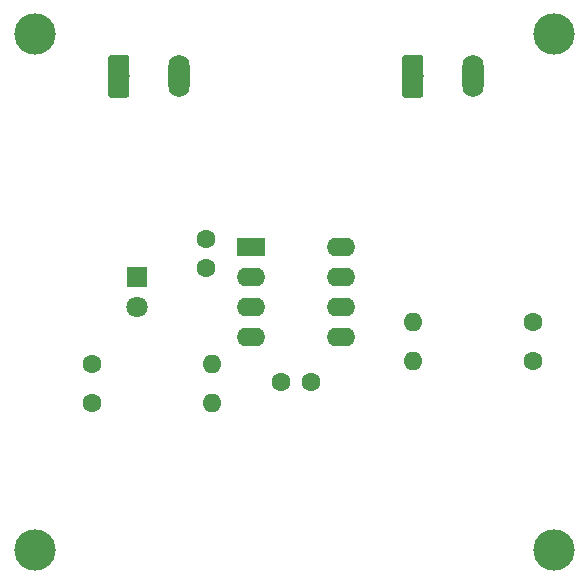
<source format=gtl>
G04 #@! TF.GenerationSoftware,KiCad,Pcbnew,5.0.2-bee76a0~70~ubuntu18.04.1*
G04 #@! TF.CreationDate,2019-02-10T19:22:37-02:00*
G04 #@! TF.ProjectId,555-Oscilador-pisca-r01,3535352d-4f73-4636-996c-61646f722d70,rev?*
G04 #@! TF.SameCoordinates,Original*
G04 #@! TF.FileFunction,Copper,L1,Top*
G04 #@! TF.FilePolarity,Positive*
%FSLAX46Y46*%
G04 Gerber Fmt 4.6, Leading zero omitted, Abs format (unit mm)*
G04 Created by KiCad (PCBNEW 5.0.2-bee76a0~70~ubuntu18.04.1) date dom 10 fev 2019 19:22:37 -02*
%MOMM*%
%LPD*%
G01*
G04 APERTURE LIST*
G04 #@! TA.AperFunction,ComponentPad*
%ADD10C,1.600000*%
G04 #@! TD*
G04 #@! TA.AperFunction,ComponentPad*
%ADD11O,1.600000X1.600000*%
G04 #@! TD*
G04 #@! TA.AperFunction,ComponentPad*
%ADD12O,1.800000X3.600000*%
G04 #@! TD*
G04 #@! TA.AperFunction,Conductor*
%ADD13C,0.100000*%
G04 #@! TD*
G04 #@! TA.AperFunction,ComponentPad*
%ADD14C,1.800000*%
G04 #@! TD*
G04 #@! TA.AperFunction,ComponentPad*
%ADD15R,1.800000X1.800000*%
G04 #@! TD*
G04 #@! TA.AperFunction,ComponentPad*
%ADD16R,2.400000X1.600000*%
G04 #@! TD*
G04 #@! TA.AperFunction,ComponentPad*
%ADD17O,2.400000X1.600000*%
G04 #@! TD*
G04 #@! TA.AperFunction,ViaPad*
%ADD18C,3.500000*%
G04 #@! TD*
G04 APERTURE END LIST*
D10*
G04 #@! TO.P,R4,1*
G04 #@! TO.N,Net-(R1-Pad2)*
X161036000Y-111252000D03*
D11*
G04 #@! TO.P,R4,2*
G04 #@! TO.N,Net-(C1-Pad1)*
X150876000Y-111252000D03*
G04 #@! TD*
D12*
G04 #@! TO.P,J2,2*
G04 #@! TO.N,GND*
X155956000Y-90424000D03*
D13*
G04 #@! TD*
G04 #@! TO.N,VDC*
G04 #@! TO.C,J2*
G36*
X151550504Y-88625204D02*
X151574773Y-88628804D01*
X151598571Y-88634765D01*
X151621671Y-88643030D01*
X151643849Y-88653520D01*
X151664893Y-88666133D01*
X151684598Y-88680747D01*
X151702777Y-88697223D01*
X151719253Y-88715402D01*
X151733867Y-88735107D01*
X151746480Y-88756151D01*
X151756970Y-88778329D01*
X151765235Y-88801429D01*
X151771196Y-88825227D01*
X151774796Y-88849496D01*
X151776000Y-88874000D01*
X151776000Y-91974000D01*
X151774796Y-91998504D01*
X151771196Y-92022773D01*
X151765235Y-92046571D01*
X151756970Y-92069671D01*
X151746480Y-92091849D01*
X151733867Y-92112893D01*
X151719253Y-92132598D01*
X151702777Y-92150777D01*
X151684598Y-92167253D01*
X151664893Y-92181867D01*
X151643849Y-92194480D01*
X151621671Y-92204970D01*
X151598571Y-92213235D01*
X151574773Y-92219196D01*
X151550504Y-92222796D01*
X151526000Y-92224000D01*
X150226000Y-92224000D01*
X150201496Y-92222796D01*
X150177227Y-92219196D01*
X150153429Y-92213235D01*
X150130329Y-92204970D01*
X150108151Y-92194480D01*
X150087107Y-92181867D01*
X150067402Y-92167253D01*
X150049223Y-92150777D01*
X150032747Y-92132598D01*
X150018133Y-92112893D01*
X150005520Y-92091849D01*
X149995030Y-92069671D01*
X149986765Y-92046571D01*
X149980804Y-92022773D01*
X149977204Y-91998504D01*
X149976000Y-91974000D01*
X149976000Y-88874000D01*
X149977204Y-88849496D01*
X149980804Y-88825227D01*
X149986765Y-88801429D01*
X149995030Y-88778329D01*
X150005520Y-88756151D01*
X150018133Y-88735107D01*
X150032747Y-88715402D01*
X150049223Y-88697223D01*
X150067402Y-88680747D01*
X150087107Y-88666133D01*
X150108151Y-88653520D01*
X150130329Y-88643030D01*
X150153429Y-88634765D01*
X150177227Y-88628804D01*
X150201496Y-88625204D01*
X150226000Y-88624000D01*
X151526000Y-88624000D01*
X151550504Y-88625204D01*
X151550504Y-88625204D01*
G37*
D14*
G04 #@! TO.P,J2,1*
G04 #@! TO.N,VDC*
X150876000Y-90424000D03*
G04 #@! TD*
D13*
G04 #@! TO.N,Net-(J1-Pad1)*
G04 #@! TO.C,J1*
G36*
X126658504Y-88625204D02*
X126682773Y-88628804D01*
X126706571Y-88634765D01*
X126729671Y-88643030D01*
X126751849Y-88653520D01*
X126772893Y-88666133D01*
X126792598Y-88680747D01*
X126810777Y-88697223D01*
X126827253Y-88715402D01*
X126841867Y-88735107D01*
X126854480Y-88756151D01*
X126864970Y-88778329D01*
X126873235Y-88801429D01*
X126879196Y-88825227D01*
X126882796Y-88849496D01*
X126884000Y-88874000D01*
X126884000Y-91974000D01*
X126882796Y-91998504D01*
X126879196Y-92022773D01*
X126873235Y-92046571D01*
X126864970Y-92069671D01*
X126854480Y-92091849D01*
X126841867Y-92112893D01*
X126827253Y-92132598D01*
X126810777Y-92150777D01*
X126792598Y-92167253D01*
X126772893Y-92181867D01*
X126751849Y-92194480D01*
X126729671Y-92204970D01*
X126706571Y-92213235D01*
X126682773Y-92219196D01*
X126658504Y-92222796D01*
X126634000Y-92224000D01*
X125334000Y-92224000D01*
X125309496Y-92222796D01*
X125285227Y-92219196D01*
X125261429Y-92213235D01*
X125238329Y-92204970D01*
X125216151Y-92194480D01*
X125195107Y-92181867D01*
X125175402Y-92167253D01*
X125157223Y-92150777D01*
X125140747Y-92132598D01*
X125126133Y-92112893D01*
X125113520Y-92091849D01*
X125103030Y-92069671D01*
X125094765Y-92046571D01*
X125088804Y-92022773D01*
X125085204Y-91998504D01*
X125084000Y-91974000D01*
X125084000Y-88874000D01*
X125085204Y-88849496D01*
X125088804Y-88825227D01*
X125094765Y-88801429D01*
X125103030Y-88778329D01*
X125113520Y-88756151D01*
X125126133Y-88735107D01*
X125140747Y-88715402D01*
X125157223Y-88697223D01*
X125175402Y-88680747D01*
X125195107Y-88666133D01*
X125216151Y-88653520D01*
X125238329Y-88643030D01*
X125261429Y-88634765D01*
X125285227Y-88628804D01*
X125309496Y-88625204D01*
X125334000Y-88624000D01*
X126634000Y-88624000D01*
X126658504Y-88625204D01*
X126658504Y-88625204D01*
G37*
D14*
G04 #@! TD*
G04 #@! TO.P,J1,1*
G04 #@! TO.N,Net-(J1-Pad1)*
X125984000Y-90424000D03*
D12*
G04 #@! TO.P,J1,2*
G04 #@! TO.N,GND*
X131064000Y-90424000D03*
G04 #@! TD*
D10*
G04 #@! TO.P,C2,2*
G04 #@! TO.N,GND*
X139740000Y-116332000D03*
G04 #@! TO.P,C2,1*
G04 #@! TO.N,Net-(C2-Pad1)*
X142240000Y-116332000D03*
G04 #@! TD*
G04 #@! TO.P,C1,1*
G04 #@! TO.N,Net-(C1-Pad1)*
X133350000Y-106680000D03*
G04 #@! TO.P,C1,2*
G04 #@! TO.N,GND*
X133350000Y-104180000D03*
G04 #@! TD*
D15*
G04 #@! TO.P,D3,1*
G04 #@! TO.N,GND*
X127508000Y-107442000D03*
D14*
G04 #@! TO.P,D3,2*
G04 #@! TO.N,Net-(D3-Pad2)*
X127508000Y-109982000D03*
G04 #@! TD*
D16*
G04 #@! TO.P,U1,1*
G04 #@! TO.N,GND*
X137160000Y-104902000D03*
D17*
G04 #@! TO.P,U1,5*
G04 #@! TO.N,Net-(C2-Pad1)*
X144780000Y-112522000D03*
G04 #@! TO.P,U1,2*
G04 #@! TO.N,Net-(C1-Pad1)*
X137160000Y-107442000D03*
G04 #@! TO.P,U1,6*
X144780000Y-109982000D03*
G04 #@! TO.P,U1,3*
G04 #@! TO.N,Net-(R2-Pad2)*
X137160000Y-109982000D03*
G04 #@! TO.P,U1,7*
G04 #@! TO.N,Net-(R1-Pad2)*
X144780000Y-107442000D03*
G04 #@! TO.P,U1,4*
G04 #@! TO.N,VDC*
X137160000Y-112522000D03*
G04 #@! TO.P,U1,8*
X144780000Y-104902000D03*
G04 #@! TD*
D10*
G04 #@! TO.P,R3,1*
G04 #@! TO.N,Net-(J1-Pad1)*
X123698000Y-118110000D03*
D11*
G04 #@! TO.P,R3,2*
G04 #@! TO.N,Net-(R2-Pad2)*
X133858000Y-118110000D03*
G04 #@! TD*
G04 #@! TO.P,R2,2*
G04 #@! TO.N,Net-(R2-Pad2)*
X133858000Y-114808000D03*
D10*
G04 #@! TO.P,R2,1*
G04 #@! TO.N,Net-(D3-Pad2)*
X123698000Y-114808000D03*
G04 #@! TD*
G04 #@! TO.P,R1,1*
G04 #@! TO.N,VDC*
X161036000Y-114554000D03*
D11*
G04 #@! TO.P,R1,2*
G04 #@! TO.N,Net-(R1-Pad2)*
X150876000Y-114554000D03*
G04 #@! TD*
D18*
G04 #@! TO.N,*
X118872000Y-130556000D03*
X162814000Y-130556000D03*
X162814000Y-86868000D03*
X118872000Y-86868000D03*
G04 #@! TD*
M02*

</source>
